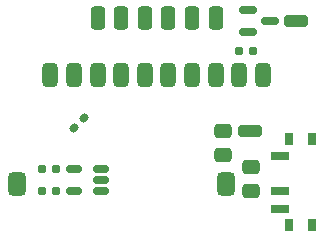
<source format=gbr>
%TF.GenerationSoftware,KiCad,Pcbnew,8.0.1*%
%TF.CreationDate,2024-07-01T16:07:51-04:00*%
%TF.ProjectId,V1,56312e6b-6963-4616-945f-706362585858,rev?*%
%TF.SameCoordinates,Original*%
%TF.FileFunction,Paste,Bot*%
%TF.FilePolarity,Positive*%
%FSLAX46Y46*%
G04 Gerber Fmt 4.6, Leading zero omitted, Abs format (unit mm)*
G04 Created by KiCad (PCBNEW 8.0.1) date 2024-07-01 16:07:51*
%MOMM*%
%LPD*%
G01*
G04 APERTURE LIST*
G04 Aperture macros list*
%AMRoundRect*
0 Rectangle with rounded corners*
0 $1 Rounding radius*
0 $2 $3 $4 $5 $6 $7 $8 $9 X,Y pos of 4 corners*
0 Add a 4 corners polygon primitive as box body*
4,1,4,$2,$3,$4,$5,$6,$7,$8,$9,$2,$3,0*
0 Add four circle primitives for the rounded corners*
1,1,$1+$1,$2,$3*
1,1,$1+$1,$4,$5*
1,1,$1+$1,$6,$7*
1,1,$1+$1,$8,$9*
0 Add four rect primitives between the rounded corners*
20,1,$1+$1,$2,$3,$4,$5,0*
20,1,$1+$1,$4,$5,$6,$7,0*
20,1,$1+$1,$6,$7,$8,$9,0*
20,1,$1+$1,$8,$9,$2,$3,0*%
G04 Aperture macros list end*
%ADD10RoundRect,0.375000X0.375000X-0.625000X0.375000X0.625000X-0.375000X0.625000X-0.375000X-0.625000X0*%
%ADD11R,1.500000X0.700000*%
%ADD12R,0.800000X1.000000*%
%ADD13RoundRect,0.250000X0.750000X0.250000X-0.750000X0.250000X-0.750000X-0.250000X0.750000X-0.250000X0*%
%ADD14RoundRect,0.155000X0.212500X0.155000X-0.212500X0.155000X-0.212500X-0.155000X0.212500X-0.155000X0*%
%ADD15RoundRect,0.325000X-0.325000X0.675000X-0.325000X-0.675000X0.325000X-0.675000X0.325000X0.675000X0*%
%ADD16RoundRect,0.300000X0.300000X-0.700000X0.300000X0.700000X-0.300000X0.700000X-0.300000X-0.700000X0*%
%ADD17RoundRect,0.150000X-0.587500X-0.150000X0.587500X-0.150000X0.587500X0.150000X-0.587500X0.150000X0*%
%ADD18RoundRect,0.155000X-0.040659X-0.259862X0.259862X0.040659X0.040659X0.259862X-0.259862X-0.040659X0*%
%ADD19RoundRect,0.150000X0.512500X0.150000X-0.512500X0.150000X-0.512500X-0.150000X0.512500X-0.150000X0*%
%ADD20RoundRect,0.375000X-0.375000X0.625000X-0.375000X-0.625000X0.375000X-0.625000X0.375000X0.625000X0*%
%ADD21RoundRect,0.250000X0.475000X-0.337500X0.475000X0.337500X-0.475000X0.337500X-0.475000X-0.337500X0*%
%ADD22RoundRect,0.160000X0.197500X0.160000X-0.197500X0.160000X-0.197500X-0.160000X0.197500X-0.160000X0*%
%ADD23RoundRect,0.160000X-0.197500X-0.160000X0.197500X-0.160000X0.197500X0.160000X-0.197500X0.160000X0*%
G04 APERTURE END LIST*
D10*
%TO.C,J5*%
X102600000Y-117050000D03*
%TD*%
D11*
%TO.C,SW1*%
X124875000Y-114700000D03*
X124875000Y-117700000D03*
X124875000Y-119200000D03*
D12*
X125625000Y-120600000D03*
X127625000Y-120600000D03*
X127625000Y-113300000D03*
X125625000Y-113300000D03*
%TD*%
D13*
%TO.C,J8*%
X122320000Y-112600000D03*
%TD*%
D14*
%TO.C,C1*%
X105927500Y-117717500D03*
X104792500Y-117717500D03*
%TD*%
D15*
%TO.C,J2*%
X105450000Y-107900000D03*
X107450000Y-107900000D03*
X109450000Y-107900000D03*
X111450000Y-107900000D03*
X113450000Y-107900000D03*
X115450000Y-107900000D03*
X117450000Y-107900000D03*
X119450000Y-107900000D03*
X121450000Y-107900000D03*
X123450000Y-107900000D03*
%TD*%
D16*
%TO.C,J1*%
X119450000Y-103000000D03*
X117450000Y-103000000D03*
X115450000Y-103000000D03*
X113450000Y-103000000D03*
X111450000Y-103000000D03*
X109450000Y-103000000D03*
%TD*%
D17*
%TO.C,Q1*%
X122162500Y-104220000D03*
X122162500Y-102320000D03*
X124037500Y-103270000D03*
%TD*%
D18*
%TO.C,C3*%
X107468717Y-112321283D03*
X108271283Y-111518717D03*
%TD*%
D19*
%TO.C,U1*%
X109737500Y-115817500D03*
X109737500Y-116767500D03*
X109737500Y-117717500D03*
X107462500Y-117717500D03*
X107462500Y-115817500D03*
%TD*%
D13*
%TO.C,J9*%
X126250000Y-103270000D03*
%TD*%
D20*
%TO.C,J4*%
X120300000Y-117050000D03*
%TD*%
D21*
%TO.C,C4*%
X120050000Y-114667500D03*
X120050000Y-112592500D03*
%TD*%
D22*
%TO.C,R2*%
X105957500Y-115817500D03*
X104762500Y-115817500D03*
%TD*%
D21*
%TO.C,C2*%
X122475000Y-117707500D03*
X122475000Y-115632500D03*
%TD*%
D23*
%TO.C,R3*%
X121450000Y-105830000D03*
X122645000Y-105830000D03*
%TD*%
M02*

</source>
